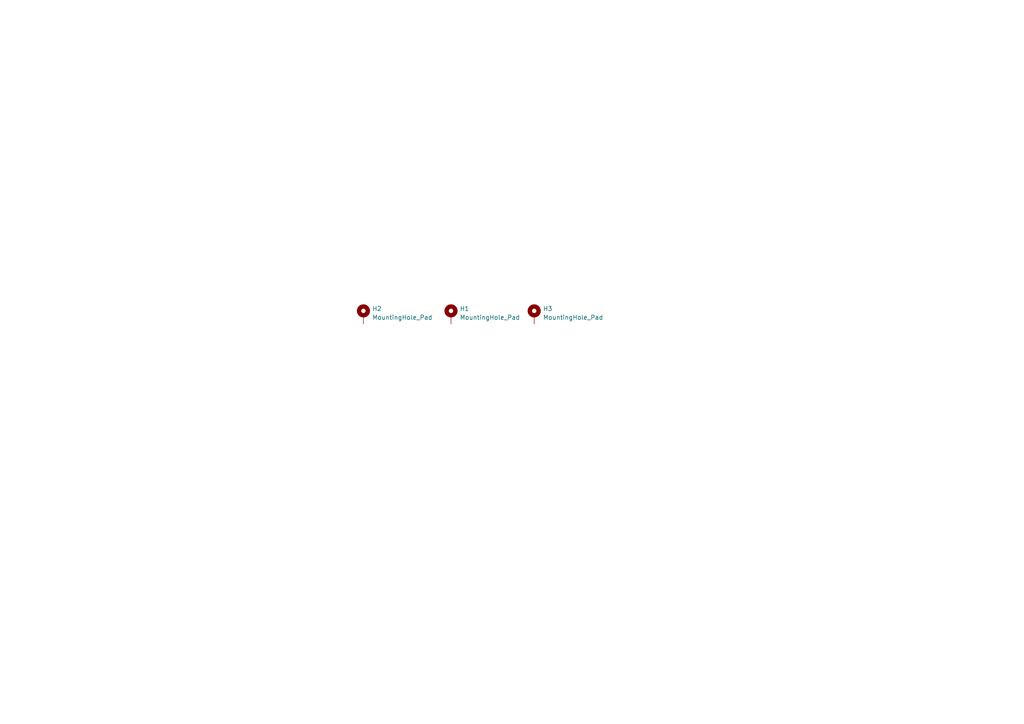
<source format=kicad_sch>
(kicad_sch (version 20230121) (generator eeschema)
  (paper "A4")
  (lib_symbols
    (symbol "Mechanical:MountingHole_Pad" (pin_numbers hide) (pin_names (offset 1.016) hide)
      (property "Reference" "H" (at 0 6.35 0))
      (property "Value" "MountingHole_Pad" (at 0 4.445 0))
      (symbol "MountingHole_Pad_0_1"
        (circle (center 0 1.27) (radius 1.27) (stroke (width 1.27)))
      )
      (symbol "MountingHole_Pad_1_1"
        (pin input line (at 0 -2.54 90) (length 2.54) (name "1") (number "1"))
      )
    )
  )
  (symbol (lib_id "Mechanical:MountingHole_Pad") (at 154.94 91.44 0) (unit 1)
    (property "Reference" "H3" (at 157.48 89.535 0) (effects (justify left)))
    (property "Value" "MountingHole_Pad" (at 157.48 92.075 0) (effects (justify left)))
    (property "Footprint" "MountingHole:MountingHole_3mm_Pad" (effects hide))
  )
  (symbol (lib_id "Mechanical:MountingHole_Pad") (at 105.41 91.44 0) (unit 1)
    (property "Reference" "H2" (at 107.95 89.535 0) (effects (justify left)))
    (property "Value" "MountingHole_Pad" (at 107.95 92.075 0) (effects (justify left)))
    (property "Footprint" "MountingHole:MountingHole_3mm_Pad" (effects hide))
  )
  (symbol (lib_id "Mechanical:MountingHole_Pad") (at 130.81 91.44 0) (unit 1)
    (property "Reference" "H1" (at 133.35 89.535 0) (effects (justify left)))
    (property "Value" "MountingHole_Pad" (at 133.35 92.075 0) (effects (justify left)))
    (property "Footprint" "MountingHole:MountingHole_3mm_Pad" (effects hide))
  )
)
</source>
